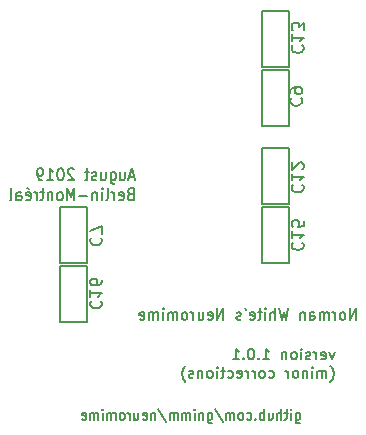
<source format=gbr>
G04 #@! TF.GenerationSoftware,KiCad,Pcbnew,5.0.2-bee76a0~70~ubuntu18.04.1*
G04 #@! TF.CreationDate,2019-08-26T16:36:03-04:00*
G04 #@! TF.ProjectId,neuromime_1.0.1_minor_corr,6e657572-6f6d-4696-9d65-5f312e302e31,rev?*
G04 #@! TF.SameCoordinates,Original*
G04 #@! TF.FileFunction,Legend,Bot*
G04 #@! TF.FilePolarity,Positive*
%FSLAX46Y46*%
G04 Gerber Fmt 4.6, Leading zero omitted, Abs format (unit mm)*
G04 Created by KiCad (PCBNEW 5.0.2-bee76a0~70~ubuntu18.04.1) date Mon 26 Aug 2019 04:36:03 PM EDT*
%MOMM*%
%LPD*%
G01*
G04 APERTURE LIST*
%ADD10C,0.200000*%
%ADD11C,0.150000*%
G04 APERTURE END LIST*
D10*
X148798571Y-53316666D02*
X148370000Y-53316666D01*
X148884285Y-53602380D02*
X148584285Y-52602380D01*
X148284285Y-53602380D01*
X147598571Y-52935714D02*
X147598571Y-53602380D01*
X147984285Y-52935714D02*
X147984285Y-53459523D01*
X147941428Y-53554761D01*
X147855714Y-53602380D01*
X147727142Y-53602380D01*
X147641428Y-53554761D01*
X147598571Y-53507142D01*
X146784285Y-52935714D02*
X146784285Y-53745238D01*
X146827142Y-53840476D01*
X146870000Y-53888095D01*
X146955714Y-53935714D01*
X147084285Y-53935714D01*
X147170000Y-53888095D01*
X146784285Y-53554761D02*
X146870000Y-53602380D01*
X147041428Y-53602380D01*
X147127142Y-53554761D01*
X147170000Y-53507142D01*
X147212857Y-53411904D01*
X147212857Y-53126190D01*
X147170000Y-53030952D01*
X147127142Y-52983333D01*
X147041428Y-52935714D01*
X146870000Y-52935714D01*
X146784285Y-52983333D01*
X145970000Y-52935714D02*
X145970000Y-53602380D01*
X146355714Y-52935714D02*
X146355714Y-53459523D01*
X146312857Y-53554761D01*
X146227142Y-53602380D01*
X146098571Y-53602380D01*
X146012857Y-53554761D01*
X145970000Y-53507142D01*
X145584285Y-53554761D02*
X145498571Y-53602380D01*
X145327142Y-53602380D01*
X145241428Y-53554761D01*
X145198571Y-53459523D01*
X145198571Y-53411904D01*
X145241428Y-53316666D01*
X145327142Y-53269047D01*
X145455714Y-53269047D01*
X145541428Y-53221428D01*
X145584285Y-53126190D01*
X145584285Y-53078571D01*
X145541428Y-52983333D01*
X145455714Y-52935714D01*
X145327142Y-52935714D01*
X145241428Y-52983333D01*
X144941428Y-52935714D02*
X144598571Y-52935714D01*
X144812857Y-52602380D02*
X144812857Y-53459523D01*
X144770000Y-53554761D01*
X144684285Y-53602380D01*
X144598571Y-53602380D01*
X143655714Y-52697619D02*
X143612857Y-52650000D01*
X143527142Y-52602380D01*
X143312857Y-52602380D01*
X143227142Y-52650000D01*
X143184285Y-52697619D01*
X143141428Y-52792857D01*
X143141428Y-52888095D01*
X143184285Y-53030952D01*
X143698571Y-53602380D01*
X143141428Y-53602380D01*
X142584285Y-52602380D02*
X142498571Y-52602380D01*
X142412857Y-52650000D01*
X142370000Y-52697619D01*
X142327142Y-52792857D01*
X142284285Y-52983333D01*
X142284285Y-53221428D01*
X142327142Y-53411904D01*
X142370000Y-53507142D01*
X142412857Y-53554761D01*
X142498571Y-53602380D01*
X142584285Y-53602380D01*
X142670000Y-53554761D01*
X142712857Y-53507142D01*
X142755714Y-53411904D01*
X142798571Y-53221428D01*
X142798571Y-52983333D01*
X142755714Y-52792857D01*
X142712857Y-52697619D01*
X142670000Y-52650000D01*
X142584285Y-52602380D01*
X141427142Y-53602380D02*
X141941428Y-53602380D01*
X141684285Y-53602380D02*
X141684285Y-52602380D01*
X141770000Y-52745238D01*
X141855714Y-52840476D01*
X141941428Y-52888095D01*
X140998571Y-53602380D02*
X140827142Y-53602380D01*
X140741428Y-53554761D01*
X140698571Y-53507142D01*
X140612857Y-53364285D01*
X140570000Y-53173809D01*
X140570000Y-52792857D01*
X140612857Y-52697619D01*
X140655714Y-52650000D01*
X140741428Y-52602380D01*
X140912857Y-52602380D01*
X140998571Y-52650000D01*
X141041428Y-52697619D01*
X141084285Y-52792857D01*
X141084285Y-53030952D01*
X141041428Y-53126190D01*
X140998571Y-53173809D01*
X140912857Y-53221428D01*
X140741428Y-53221428D01*
X140655714Y-53173809D01*
X140612857Y-53126190D01*
X140570000Y-53030952D01*
X148455714Y-54778571D02*
X148327142Y-54826190D01*
X148284285Y-54873809D01*
X148241428Y-54969047D01*
X148241428Y-55111904D01*
X148284285Y-55207142D01*
X148327142Y-55254761D01*
X148412857Y-55302380D01*
X148755714Y-55302380D01*
X148755714Y-54302380D01*
X148455714Y-54302380D01*
X148370000Y-54350000D01*
X148327142Y-54397619D01*
X148284285Y-54492857D01*
X148284285Y-54588095D01*
X148327142Y-54683333D01*
X148370000Y-54730952D01*
X148455714Y-54778571D01*
X148755714Y-54778571D01*
X147512857Y-55254761D02*
X147598571Y-55302380D01*
X147770000Y-55302380D01*
X147855714Y-55254761D01*
X147898571Y-55159523D01*
X147898571Y-54778571D01*
X147855714Y-54683333D01*
X147770000Y-54635714D01*
X147598571Y-54635714D01*
X147512857Y-54683333D01*
X147470000Y-54778571D01*
X147470000Y-54873809D01*
X147898571Y-54969047D01*
X147084285Y-55302380D02*
X147084285Y-54635714D01*
X147084285Y-54826190D02*
X147041428Y-54730952D01*
X146998571Y-54683333D01*
X146912857Y-54635714D01*
X146827142Y-54635714D01*
X146398571Y-55302380D02*
X146484285Y-55254761D01*
X146527142Y-55159523D01*
X146527142Y-54302380D01*
X146055714Y-55302380D02*
X146055714Y-54635714D01*
X146055714Y-54302380D02*
X146098571Y-54350000D01*
X146055714Y-54397619D01*
X146012857Y-54350000D01*
X146055714Y-54302380D01*
X146055714Y-54397619D01*
X145627142Y-54635714D02*
X145627142Y-55302380D01*
X145627142Y-54730952D02*
X145584285Y-54683333D01*
X145498571Y-54635714D01*
X145370000Y-54635714D01*
X145284285Y-54683333D01*
X145241428Y-54778571D01*
X145241428Y-55302380D01*
X144812857Y-54921428D02*
X144127142Y-54921428D01*
X143698571Y-55302380D02*
X143698571Y-54302380D01*
X143398571Y-55016666D01*
X143098571Y-54302380D01*
X143098571Y-55302380D01*
X142541428Y-55302380D02*
X142627142Y-55254761D01*
X142670000Y-55207142D01*
X142712857Y-55111904D01*
X142712857Y-54826190D01*
X142670000Y-54730952D01*
X142627142Y-54683333D01*
X142541428Y-54635714D01*
X142412857Y-54635714D01*
X142327142Y-54683333D01*
X142284285Y-54730952D01*
X142241428Y-54826190D01*
X142241428Y-55111904D01*
X142284285Y-55207142D01*
X142327142Y-55254761D01*
X142412857Y-55302380D01*
X142541428Y-55302380D01*
X141855714Y-54635714D02*
X141855714Y-55302380D01*
X141855714Y-54730952D02*
X141812857Y-54683333D01*
X141727142Y-54635714D01*
X141598571Y-54635714D01*
X141512857Y-54683333D01*
X141470000Y-54778571D01*
X141470000Y-55302380D01*
X141170000Y-54635714D02*
X140827142Y-54635714D01*
X141041428Y-54302380D02*
X141041428Y-55159523D01*
X140998571Y-55254761D01*
X140912857Y-55302380D01*
X140827142Y-55302380D01*
X140527142Y-55302380D02*
X140527142Y-54635714D01*
X140527142Y-54826190D02*
X140484285Y-54730952D01*
X140441428Y-54683333D01*
X140355714Y-54635714D01*
X140270000Y-54635714D01*
X139627142Y-55254761D02*
X139712857Y-55302380D01*
X139884285Y-55302380D01*
X139970000Y-55254761D01*
X140012857Y-55159523D01*
X140012857Y-54778571D01*
X139970000Y-54683333D01*
X139884285Y-54635714D01*
X139712857Y-54635714D01*
X139627142Y-54683333D01*
X139584285Y-54778571D01*
X139584285Y-54873809D01*
X140012857Y-54969047D01*
X139712857Y-54254761D02*
X139841428Y-54397619D01*
X138812857Y-55302380D02*
X138812857Y-54778571D01*
X138855714Y-54683333D01*
X138941428Y-54635714D01*
X139112857Y-54635714D01*
X139198571Y-54683333D01*
X138812857Y-55254761D02*
X138898571Y-55302380D01*
X139112857Y-55302380D01*
X139198571Y-55254761D01*
X139241428Y-55159523D01*
X139241428Y-55064285D01*
X139198571Y-54969047D01*
X139112857Y-54921428D01*
X138898571Y-54921428D01*
X138812857Y-54873809D01*
X138255714Y-55302380D02*
X138341428Y-55254761D01*
X138384285Y-55159523D01*
X138384285Y-54302380D01*
X165741428Y-68182142D02*
X165527142Y-68782142D01*
X165312857Y-68182142D01*
X164627142Y-68739285D02*
X164712857Y-68782142D01*
X164884285Y-68782142D01*
X164970000Y-68739285D01*
X165012857Y-68653571D01*
X165012857Y-68310714D01*
X164970000Y-68225000D01*
X164884285Y-68182142D01*
X164712857Y-68182142D01*
X164627142Y-68225000D01*
X164584285Y-68310714D01*
X164584285Y-68396428D01*
X165012857Y-68482142D01*
X164198571Y-68782142D02*
X164198571Y-68182142D01*
X164198571Y-68353571D02*
X164155714Y-68267857D01*
X164112857Y-68225000D01*
X164027142Y-68182142D01*
X163941428Y-68182142D01*
X163684285Y-68739285D02*
X163598571Y-68782142D01*
X163427142Y-68782142D01*
X163341428Y-68739285D01*
X163298571Y-68653571D01*
X163298571Y-68610714D01*
X163341428Y-68525000D01*
X163427142Y-68482142D01*
X163555714Y-68482142D01*
X163641428Y-68439285D01*
X163684285Y-68353571D01*
X163684285Y-68310714D01*
X163641428Y-68225000D01*
X163555714Y-68182142D01*
X163427142Y-68182142D01*
X163341428Y-68225000D01*
X162912857Y-68782142D02*
X162912857Y-68182142D01*
X162912857Y-67882142D02*
X162955714Y-67925000D01*
X162912857Y-67967857D01*
X162870000Y-67925000D01*
X162912857Y-67882142D01*
X162912857Y-67967857D01*
X162355714Y-68782142D02*
X162441428Y-68739285D01*
X162484285Y-68696428D01*
X162527142Y-68610714D01*
X162527142Y-68353571D01*
X162484285Y-68267857D01*
X162441428Y-68225000D01*
X162355714Y-68182142D01*
X162227142Y-68182142D01*
X162141428Y-68225000D01*
X162098571Y-68267857D01*
X162055714Y-68353571D01*
X162055714Y-68610714D01*
X162098571Y-68696428D01*
X162141428Y-68739285D01*
X162227142Y-68782142D01*
X162355714Y-68782142D01*
X161670000Y-68182142D02*
X161670000Y-68782142D01*
X161670000Y-68267857D02*
X161627142Y-68225000D01*
X161541428Y-68182142D01*
X161412857Y-68182142D01*
X161327142Y-68225000D01*
X161284285Y-68310714D01*
X161284285Y-68782142D01*
X159698571Y-68782142D02*
X160212857Y-68782142D01*
X159955714Y-68782142D02*
X159955714Y-67882142D01*
X160041428Y-68010714D01*
X160127142Y-68096428D01*
X160212857Y-68139285D01*
X159312857Y-68696428D02*
X159270000Y-68739285D01*
X159312857Y-68782142D01*
X159355714Y-68739285D01*
X159312857Y-68696428D01*
X159312857Y-68782142D01*
X158712857Y-67882142D02*
X158627142Y-67882142D01*
X158541428Y-67925000D01*
X158498571Y-67967857D01*
X158455714Y-68053571D01*
X158412857Y-68225000D01*
X158412857Y-68439285D01*
X158455714Y-68610714D01*
X158498571Y-68696428D01*
X158541428Y-68739285D01*
X158627142Y-68782142D01*
X158712857Y-68782142D01*
X158798571Y-68739285D01*
X158841428Y-68696428D01*
X158884285Y-68610714D01*
X158927142Y-68439285D01*
X158927142Y-68225000D01*
X158884285Y-68053571D01*
X158841428Y-67967857D01*
X158798571Y-67925000D01*
X158712857Y-67882142D01*
X158027142Y-68696428D02*
X157984285Y-68739285D01*
X158027142Y-68782142D01*
X158070000Y-68739285D01*
X158027142Y-68696428D01*
X158027142Y-68782142D01*
X157127142Y-68782142D02*
X157641428Y-68782142D01*
X157384285Y-68782142D02*
X157384285Y-67882142D01*
X157470000Y-68010714D01*
X157555714Y-68096428D01*
X157641428Y-68139285D01*
X165398571Y-70675000D02*
X165441428Y-70632142D01*
X165527142Y-70503571D01*
X165570000Y-70417857D01*
X165612857Y-70289285D01*
X165655714Y-70075000D01*
X165655714Y-69903571D01*
X165612857Y-69689285D01*
X165570000Y-69560714D01*
X165527142Y-69475000D01*
X165441428Y-69346428D01*
X165398571Y-69303571D01*
X165055714Y-70332142D02*
X165055714Y-69732142D01*
X165055714Y-69817857D02*
X165012857Y-69775000D01*
X164927142Y-69732142D01*
X164798571Y-69732142D01*
X164712857Y-69775000D01*
X164670000Y-69860714D01*
X164670000Y-70332142D01*
X164670000Y-69860714D02*
X164627142Y-69775000D01*
X164541428Y-69732142D01*
X164412857Y-69732142D01*
X164327142Y-69775000D01*
X164284285Y-69860714D01*
X164284285Y-70332142D01*
X163855714Y-70332142D02*
X163855714Y-69732142D01*
X163855714Y-69432142D02*
X163898571Y-69475000D01*
X163855714Y-69517857D01*
X163812857Y-69475000D01*
X163855714Y-69432142D01*
X163855714Y-69517857D01*
X163427142Y-69732142D02*
X163427142Y-70332142D01*
X163427142Y-69817857D02*
X163384285Y-69775000D01*
X163298571Y-69732142D01*
X163170000Y-69732142D01*
X163084285Y-69775000D01*
X163041428Y-69860714D01*
X163041428Y-70332142D01*
X162484285Y-70332142D02*
X162570000Y-70289285D01*
X162612857Y-70246428D01*
X162655714Y-70160714D01*
X162655714Y-69903571D01*
X162612857Y-69817857D01*
X162570000Y-69775000D01*
X162484285Y-69732142D01*
X162355714Y-69732142D01*
X162270000Y-69775000D01*
X162227142Y-69817857D01*
X162184285Y-69903571D01*
X162184285Y-70160714D01*
X162227142Y-70246428D01*
X162270000Y-70289285D01*
X162355714Y-70332142D01*
X162484285Y-70332142D01*
X161798571Y-70332142D02*
X161798571Y-69732142D01*
X161798571Y-69903571D02*
X161755714Y-69817857D01*
X161712857Y-69775000D01*
X161627142Y-69732142D01*
X161541428Y-69732142D01*
X160170000Y-70289285D02*
X160255714Y-70332142D01*
X160427142Y-70332142D01*
X160512857Y-70289285D01*
X160555714Y-70246428D01*
X160598571Y-70160714D01*
X160598571Y-69903571D01*
X160555714Y-69817857D01*
X160512857Y-69775000D01*
X160427142Y-69732142D01*
X160255714Y-69732142D01*
X160170000Y-69775000D01*
X159655714Y-70332142D02*
X159741428Y-70289285D01*
X159784285Y-70246428D01*
X159827142Y-70160714D01*
X159827142Y-69903571D01*
X159784285Y-69817857D01*
X159741428Y-69775000D01*
X159655714Y-69732142D01*
X159527142Y-69732142D01*
X159441428Y-69775000D01*
X159398571Y-69817857D01*
X159355714Y-69903571D01*
X159355714Y-70160714D01*
X159398571Y-70246428D01*
X159441428Y-70289285D01*
X159527142Y-70332142D01*
X159655714Y-70332142D01*
X158970000Y-70332142D02*
X158970000Y-69732142D01*
X158970000Y-69903571D02*
X158927142Y-69817857D01*
X158884285Y-69775000D01*
X158798571Y-69732142D01*
X158712857Y-69732142D01*
X158412857Y-70332142D02*
X158412857Y-69732142D01*
X158412857Y-69903571D02*
X158370000Y-69817857D01*
X158327142Y-69775000D01*
X158241428Y-69732142D01*
X158155714Y-69732142D01*
X157512857Y-70289285D02*
X157598571Y-70332142D01*
X157770000Y-70332142D01*
X157855714Y-70289285D01*
X157898571Y-70203571D01*
X157898571Y-69860714D01*
X157855714Y-69775000D01*
X157770000Y-69732142D01*
X157598571Y-69732142D01*
X157512857Y-69775000D01*
X157470000Y-69860714D01*
X157470000Y-69946428D01*
X157898571Y-70032142D01*
X156698571Y-70289285D02*
X156784285Y-70332142D01*
X156955714Y-70332142D01*
X157041428Y-70289285D01*
X157084285Y-70246428D01*
X157127142Y-70160714D01*
X157127142Y-69903571D01*
X157084285Y-69817857D01*
X157041428Y-69775000D01*
X156955714Y-69732142D01*
X156784285Y-69732142D01*
X156698571Y-69775000D01*
X156441428Y-69732142D02*
X156098571Y-69732142D01*
X156312857Y-69432142D02*
X156312857Y-70203571D01*
X156270000Y-70289285D01*
X156184285Y-70332142D01*
X156098571Y-70332142D01*
X155798571Y-70332142D02*
X155798571Y-69732142D01*
X155798571Y-69432142D02*
X155841428Y-69475000D01*
X155798571Y-69517857D01*
X155755714Y-69475000D01*
X155798571Y-69432142D01*
X155798571Y-69517857D01*
X155241428Y-70332142D02*
X155327142Y-70289285D01*
X155370000Y-70246428D01*
X155412857Y-70160714D01*
X155412857Y-69903571D01*
X155370000Y-69817857D01*
X155327142Y-69775000D01*
X155241428Y-69732142D01*
X155112857Y-69732142D01*
X155027142Y-69775000D01*
X154984285Y-69817857D01*
X154941428Y-69903571D01*
X154941428Y-70160714D01*
X154984285Y-70246428D01*
X155027142Y-70289285D01*
X155112857Y-70332142D01*
X155241428Y-70332142D01*
X154555714Y-69732142D02*
X154555714Y-70332142D01*
X154555714Y-69817857D02*
X154512857Y-69775000D01*
X154427142Y-69732142D01*
X154298571Y-69732142D01*
X154212857Y-69775000D01*
X154170000Y-69860714D01*
X154170000Y-70332142D01*
X153784285Y-70289285D02*
X153698571Y-70332142D01*
X153527142Y-70332142D01*
X153441428Y-70289285D01*
X153398571Y-70203571D01*
X153398571Y-70160714D01*
X153441428Y-70075000D01*
X153527142Y-70032142D01*
X153655714Y-70032142D01*
X153741428Y-69989285D01*
X153784285Y-69903571D01*
X153784285Y-69860714D01*
X153741428Y-69775000D01*
X153655714Y-69732142D01*
X153527142Y-69732142D01*
X153441428Y-69775000D01*
X153098571Y-70675000D02*
X153055714Y-70632142D01*
X152970000Y-70503571D01*
X152927142Y-70417857D01*
X152884285Y-70289285D01*
X152841428Y-70075000D01*
X152841428Y-69903571D01*
X152884285Y-69689285D01*
X152927142Y-69560714D01*
X152970000Y-69475000D01*
X153055714Y-69346428D01*
X153098571Y-69303571D01*
X162436666Y-73307142D02*
X162436666Y-74035714D01*
X162474761Y-74121428D01*
X162512857Y-74164285D01*
X162589047Y-74207142D01*
X162703333Y-74207142D01*
X162779523Y-74164285D01*
X162436666Y-73864285D02*
X162512857Y-73907142D01*
X162665238Y-73907142D01*
X162741428Y-73864285D01*
X162779523Y-73821428D01*
X162817619Y-73735714D01*
X162817619Y-73478571D01*
X162779523Y-73392857D01*
X162741428Y-73350000D01*
X162665238Y-73307142D01*
X162512857Y-73307142D01*
X162436666Y-73350000D01*
X162055714Y-73907142D02*
X162055714Y-73307142D01*
X162055714Y-73007142D02*
X162093809Y-73050000D01*
X162055714Y-73092857D01*
X162017619Y-73050000D01*
X162055714Y-73007142D01*
X162055714Y-73092857D01*
X161789047Y-73307142D02*
X161484285Y-73307142D01*
X161674761Y-73007142D02*
X161674761Y-73778571D01*
X161636666Y-73864285D01*
X161560476Y-73907142D01*
X161484285Y-73907142D01*
X161217619Y-73907142D02*
X161217619Y-73007142D01*
X160874761Y-73907142D02*
X160874761Y-73435714D01*
X160912857Y-73350000D01*
X160989047Y-73307142D01*
X161103333Y-73307142D01*
X161179523Y-73350000D01*
X161217619Y-73392857D01*
X160150952Y-73307142D02*
X160150952Y-73907142D01*
X160493809Y-73307142D02*
X160493809Y-73778571D01*
X160455714Y-73864285D01*
X160379523Y-73907142D01*
X160265238Y-73907142D01*
X160189047Y-73864285D01*
X160150952Y-73821428D01*
X159770000Y-73907142D02*
X159770000Y-73007142D01*
X159770000Y-73350000D02*
X159693809Y-73307142D01*
X159541428Y-73307142D01*
X159465238Y-73350000D01*
X159427142Y-73392857D01*
X159389047Y-73478571D01*
X159389047Y-73735714D01*
X159427142Y-73821428D01*
X159465238Y-73864285D01*
X159541428Y-73907142D01*
X159693809Y-73907142D01*
X159770000Y-73864285D01*
X159046190Y-73821428D02*
X159008095Y-73864285D01*
X159046190Y-73907142D01*
X159084285Y-73864285D01*
X159046190Y-73821428D01*
X159046190Y-73907142D01*
X158322380Y-73864285D02*
X158398571Y-73907142D01*
X158550952Y-73907142D01*
X158627142Y-73864285D01*
X158665238Y-73821428D01*
X158703333Y-73735714D01*
X158703333Y-73478571D01*
X158665238Y-73392857D01*
X158627142Y-73350000D01*
X158550952Y-73307142D01*
X158398571Y-73307142D01*
X158322380Y-73350000D01*
X157865238Y-73907142D02*
X157941428Y-73864285D01*
X157979523Y-73821428D01*
X158017619Y-73735714D01*
X158017619Y-73478571D01*
X157979523Y-73392857D01*
X157941428Y-73350000D01*
X157865238Y-73307142D01*
X157750952Y-73307142D01*
X157674761Y-73350000D01*
X157636666Y-73392857D01*
X157598571Y-73478571D01*
X157598571Y-73735714D01*
X157636666Y-73821428D01*
X157674761Y-73864285D01*
X157750952Y-73907142D01*
X157865238Y-73907142D01*
X157255714Y-73907142D02*
X157255714Y-73307142D01*
X157255714Y-73392857D02*
X157217619Y-73350000D01*
X157141428Y-73307142D01*
X157027142Y-73307142D01*
X156950952Y-73350000D01*
X156912857Y-73435714D01*
X156912857Y-73907142D01*
X156912857Y-73435714D02*
X156874761Y-73350000D01*
X156798571Y-73307142D01*
X156684285Y-73307142D01*
X156608095Y-73350000D01*
X156570000Y-73435714D01*
X156570000Y-73907142D01*
X155617619Y-72964285D02*
X156303333Y-74121428D01*
X155008095Y-73307142D02*
X155008095Y-74035714D01*
X155046190Y-74121428D01*
X155084285Y-74164285D01*
X155160476Y-74207142D01*
X155274761Y-74207142D01*
X155350952Y-74164285D01*
X155008095Y-73864285D02*
X155084285Y-73907142D01*
X155236666Y-73907142D01*
X155312857Y-73864285D01*
X155350952Y-73821428D01*
X155389047Y-73735714D01*
X155389047Y-73478571D01*
X155350952Y-73392857D01*
X155312857Y-73350000D01*
X155236666Y-73307142D01*
X155084285Y-73307142D01*
X155008095Y-73350000D01*
X154627142Y-73307142D02*
X154627142Y-73907142D01*
X154627142Y-73392857D02*
X154589047Y-73350000D01*
X154512857Y-73307142D01*
X154398571Y-73307142D01*
X154322380Y-73350000D01*
X154284285Y-73435714D01*
X154284285Y-73907142D01*
X153903333Y-73907142D02*
X153903333Y-73307142D01*
X153903333Y-73007142D02*
X153941428Y-73050000D01*
X153903333Y-73092857D01*
X153865238Y-73050000D01*
X153903333Y-73007142D01*
X153903333Y-73092857D01*
X153522380Y-73907142D02*
X153522380Y-73307142D01*
X153522380Y-73392857D02*
X153484285Y-73350000D01*
X153408095Y-73307142D01*
X153293809Y-73307142D01*
X153217619Y-73350000D01*
X153179523Y-73435714D01*
X153179523Y-73907142D01*
X153179523Y-73435714D02*
X153141428Y-73350000D01*
X153065238Y-73307142D01*
X152950952Y-73307142D01*
X152874761Y-73350000D01*
X152836666Y-73435714D01*
X152836666Y-73907142D01*
X152455714Y-73907142D02*
X152455714Y-73307142D01*
X152455714Y-73392857D02*
X152417619Y-73350000D01*
X152341428Y-73307142D01*
X152227142Y-73307142D01*
X152150952Y-73350000D01*
X152112857Y-73435714D01*
X152112857Y-73907142D01*
X152112857Y-73435714D02*
X152074761Y-73350000D01*
X151998571Y-73307142D01*
X151884285Y-73307142D01*
X151808095Y-73350000D01*
X151770000Y-73435714D01*
X151770000Y-73907142D01*
X150817619Y-72964285D02*
X151503333Y-74121428D01*
X150550952Y-73307142D02*
X150550952Y-73907142D01*
X150550952Y-73392857D02*
X150512857Y-73350000D01*
X150436666Y-73307142D01*
X150322380Y-73307142D01*
X150246190Y-73350000D01*
X150208095Y-73435714D01*
X150208095Y-73907142D01*
X149522380Y-73864285D02*
X149598571Y-73907142D01*
X149750952Y-73907142D01*
X149827142Y-73864285D01*
X149865238Y-73778571D01*
X149865238Y-73435714D01*
X149827142Y-73350000D01*
X149750952Y-73307142D01*
X149598571Y-73307142D01*
X149522380Y-73350000D01*
X149484285Y-73435714D01*
X149484285Y-73521428D01*
X149865238Y-73607142D01*
X148798571Y-73307142D02*
X148798571Y-73907142D01*
X149141428Y-73307142D02*
X149141428Y-73778571D01*
X149103333Y-73864285D01*
X149027142Y-73907142D01*
X148912857Y-73907142D01*
X148836666Y-73864285D01*
X148798571Y-73821428D01*
X148417619Y-73907142D02*
X148417619Y-73307142D01*
X148417619Y-73478571D02*
X148379523Y-73392857D01*
X148341428Y-73350000D01*
X148265238Y-73307142D01*
X148189047Y-73307142D01*
X147808095Y-73907142D02*
X147884285Y-73864285D01*
X147922380Y-73821428D01*
X147960476Y-73735714D01*
X147960476Y-73478571D01*
X147922380Y-73392857D01*
X147884285Y-73350000D01*
X147808095Y-73307142D01*
X147693809Y-73307142D01*
X147617619Y-73350000D01*
X147579523Y-73392857D01*
X147541428Y-73478571D01*
X147541428Y-73735714D01*
X147579523Y-73821428D01*
X147617619Y-73864285D01*
X147693809Y-73907142D01*
X147808095Y-73907142D01*
X147198571Y-73907142D02*
X147198571Y-73307142D01*
X147198571Y-73392857D02*
X147160476Y-73350000D01*
X147084285Y-73307142D01*
X146970000Y-73307142D01*
X146893809Y-73350000D01*
X146855714Y-73435714D01*
X146855714Y-73907142D01*
X146855714Y-73435714D02*
X146817619Y-73350000D01*
X146741428Y-73307142D01*
X146627142Y-73307142D01*
X146550952Y-73350000D01*
X146512857Y-73435714D01*
X146512857Y-73907142D01*
X146131904Y-73907142D02*
X146131904Y-73307142D01*
X146131904Y-73007142D02*
X146170000Y-73050000D01*
X146131904Y-73092857D01*
X146093809Y-73050000D01*
X146131904Y-73007142D01*
X146131904Y-73092857D01*
X145750952Y-73907142D02*
X145750952Y-73307142D01*
X145750952Y-73392857D02*
X145712857Y-73350000D01*
X145636666Y-73307142D01*
X145522380Y-73307142D01*
X145446190Y-73350000D01*
X145408095Y-73435714D01*
X145408095Y-73907142D01*
X145408095Y-73435714D02*
X145370000Y-73350000D01*
X145293809Y-73307142D01*
X145179523Y-73307142D01*
X145103333Y-73350000D01*
X145065238Y-73435714D01*
X145065238Y-73907142D01*
X144379523Y-73864285D02*
X144455714Y-73907142D01*
X144608095Y-73907142D01*
X144684285Y-73864285D01*
X144722380Y-73778571D01*
X144722380Y-73435714D01*
X144684285Y-73350000D01*
X144608095Y-73307142D01*
X144455714Y-73307142D01*
X144379523Y-73350000D01*
X144341428Y-73435714D01*
X144341428Y-73521428D01*
X144722380Y-73607142D01*
X167555714Y-65452380D02*
X167555714Y-64452380D01*
X167041428Y-65452380D01*
X167041428Y-64452380D01*
X166484285Y-65452380D02*
X166570000Y-65404761D01*
X166612857Y-65357142D01*
X166655714Y-65261904D01*
X166655714Y-64976190D01*
X166612857Y-64880952D01*
X166570000Y-64833333D01*
X166484285Y-64785714D01*
X166355714Y-64785714D01*
X166270000Y-64833333D01*
X166227142Y-64880952D01*
X166184285Y-64976190D01*
X166184285Y-65261904D01*
X166227142Y-65357142D01*
X166270000Y-65404761D01*
X166355714Y-65452380D01*
X166484285Y-65452380D01*
X165798571Y-65452380D02*
X165798571Y-64785714D01*
X165798571Y-64976190D02*
X165755714Y-64880952D01*
X165712857Y-64833333D01*
X165627142Y-64785714D01*
X165541428Y-64785714D01*
X165241428Y-65452380D02*
X165241428Y-64785714D01*
X165241428Y-64880952D02*
X165198571Y-64833333D01*
X165112857Y-64785714D01*
X164984285Y-64785714D01*
X164898571Y-64833333D01*
X164855714Y-64928571D01*
X164855714Y-65452380D01*
X164855714Y-64928571D02*
X164812857Y-64833333D01*
X164727142Y-64785714D01*
X164598571Y-64785714D01*
X164512857Y-64833333D01*
X164470000Y-64928571D01*
X164470000Y-65452380D01*
X163655714Y-65452380D02*
X163655714Y-64928571D01*
X163698571Y-64833333D01*
X163784285Y-64785714D01*
X163955714Y-64785714D01*
X164041428Y-64833333D01*
X163655714Y-65404761D02*
X163741428Y-65452380D01*
X163955714Y-65452380D01*
X164041428Y-65404761D01*
X164084285Y-65309523D01*
X164084285Y-65214285D01*
X164041428Y-65119047D01*
X163955714Y-65071428D01*
X163741428Y-65071428D01*
X163655714Y-65023809D01*
X163227142Y-64785714D02*
X163227142Y-65452380D01*
X163227142Y-64880952D02*
X163184285Y-64833333D01*
X163098571Y-64785714D01*
X162970000Y-64785714D01*
X162884285Y-64833333D01*
X162841428Y-64928571D01*
X162841428Y-65452380D01*
X161812857Y-64452380D02*
X161598571Y-65452380D01*
X161427142Y-64738095D01*
X161255714Y-65452380D01*
X161041428Y-64452380D01*
X160698571Y-65452380D02*
X160698571Y-64452380D01*
X160312857Y-65452380D02*
X160312857Y-64928571D01*
X160355714Y-64833333D01*
X160441428Y-64785714D01*
X160570000Y-64785714D01*
X160655714Y-64833333D01*
X160698571Y-64880952D01*
X159884285Y-65452380D02*
X159884285Y-64785714D01*
X159884285Y-64452380D02*
X159927142Y-64500000D01*
X159884285Y-64547619D01*
X159841428Y-64500000D01*
X159884285Y-64452380D01*
X159884285Y-64547619D01*
X159584285Y-64785714D02*
X159241428Y-64785714D01*
X159455714Y-64452380D02*
X159455714Y-65309523D01*
X159412857Y-65404761D01*
X159327142Y-65452380D01*
X159241428Y-65452380D01*
X158598571Y-65404761D02*
X158684285Y-65452380D01*
X158855714Y-65452380D01*
X158941428Y-65404761D01*
X158984285Y-65309523D01*
X158984285Y-64928571D01*
X158941428Y-64833333D01*
X158855714Y-64785714D01*
X158684285Y-64785714D01*
X158598571Y-64833333D01*
X158555714Y-64928571D01*
X158555714Y-65023809D01*
X158984285Y-65119047D01*
X158127142Y-64452380D02*
X158212857Y-64642857D01*
X157784285Y-65404761D02*
X157698571Y-65452380D01*
X157527142Y-65452380D01*
X157441428Y-65404761D01*
X157398571Y-65309523D01*
X157398571Y-65261904D01*
X157441428Y-65166666D01*
X157527142Y-65119047D01*
X157655714Y-65119047D01*
X157741428Y-65071428D01*
X157784285Y-64976190D01*
X157784285Y-64928571D01*
X157741428Y-64833333D01*
X157655714Y-64785714D01*
X157527142Y-64785714D01*
X157441428Y-64833333D01*
X156327142Y-65452380D02*
X156327142Y-64452380D01*
X155812857Y-65452380D01*
X155812857Y-64452380D01*
X155041428Y-65404761D02*
X155127142Y-65452380D01*
X155298571Y-65452380D01*
X155384285Y-65404761D01*
X155427142Y-65309523D01*
X155427142Y-64928571D01*
X155384285Y-64833333D01*
X155298571Y-64785714D01*
X155127142Y-64785714D01*
X155041428Y-64833333D01*
X154998571Y-64928571D01*
X154998571Y-65023809D01*
X155427142Y-65119047D01*
X154227142Y-64785714D02*
X154227142Y-65452380D01*
X154612857Y-64785714D02*
X154612857Y-65309523D01*
X154570000Y-65404761D01*
X154484285Y-65452380D01*
X154355714Y-65452380D01*
X154270000Y-65404761D01*
X154227142Y-65357142D01*
X153798571Y-65452380D02*
X153798571Y-64785714D01*
X153798571Y-64976190D02*
X153755714Y-64880952D01*
X153712857Y-64833333D01*
X153627142Y-64785714D01*
X153541428Y-64785714D01*
X153112857Y-65452380D02*
X153198571Y-65404761D01*
X153241428Y-65357142D01*
X153284285Y-65261904D01*
X153284285Y-64976190D01*
X153241428Y-64880952D01*
X153198571Y-64833333D01*
X153112857Y-64785714D01*
X152984285Y-64785714D01*
X152898571Y-64833333D01*
X152855714Y-64880952D01*
X152812857Y-64976190D01*
X152812857Y-65261904D01*
X152855714Y-65357142D01*
X152898571Y-65404761D01*
X152984285Y-65452380D01*
X153112857Y-65452380D01*
X152427142Y-65452380D02*
X152427142Y-64785714D01*
X152427142Y-64880952D02*
X152384285Y-64833333D01*
X152298571Y-64785714D01*
X152170000Y-64785714D01*
X152084285Y-64833333D01*
X152041428Y-64928571D01*
X152041428Y-65452380D01*
X152041428Y-64928571D02*
X151998571Y-64833333D01*
X151912857Y-64785714D01*
X151784285Y-64785714D01*
X151698571Y-64833333D01*
X151655714Y-64928571D01*
X151655714Y-65452380D01*
X151227142Y-65452380D02*
X151227142Y-64785714D01*
X151227142Y-64452380D02*
X151270000Y-64500000D01*
X151227142Y-64547619D01*
X151184285Y-64500000D01*
X151227142Y-64452380D01*
X151227142Y-64547619D01*
X150798571Y-65452380D02*
X150798571Y-64785714D01*
X150798571Y-64880952D02*
X150755714Y-64833333D01*
X150670000Y-64785714D01*
X150541428Y-64785714D01*
X150455714Y-64833333D01*
X150412857Y-64928571D01*
X150412857Y-65452380D01*
X150412857Y-64928571D02*
X150370000Y-64833333D01*
X150284285Y-64785714D01*
X150155714Y-64785714D01*
X150070000Y-64833333D01*
X150027142Y-64928571D01*
X150027142Y-65452380D01*
X149255714Y-65404761D02*
X149341428Y-65452380D01*
X149512857Y-65452380D01*
X149598571Y-65404761D01*
X149641428Y-65309523D01*
X149641428Y-64928571D01*
X149598571Y-64833333D01*
X149512857Y-64785714D01*
X149341428Y-64785714D01*
X149255714Y-64833333D01*
X149212857Y-64928571D01*
X149212857Y-65023809D01*
X149641428Y-65119047D01*
D11*
X161850000Y-44300000D02*
X159600000Y-44300000D01*
X161850000Y-49050000D02*
X161850000Y-44300000D01*
X159600000Y-39300000D02*
X159600000Y-44050000D01*
X161850000Y-44050000D02*
X161850000Y-39300000D01*
X159600000Y-44300000D02*
X159600000Y-49050000D01*
X159600000Y-49050000D02*
X161850000Y-49050000D01*
X161850000Y-39300000D02*
X159600000Y-39300000D01*
X159600000Y-44050000D02*
X161850000Y-44050000D01*
X159600000Y-60650000D02*
X161850000Y-60650000D01*
X159600000Y-50900000D02*
X159600000Y-55650000D01*
X161850000Y-55650000D02*
X161850000Y-50900000D01*
X161850000Y-50900000D02*
X159600000Y-50900000D01*
X159600000Y-55650000D02*
X161850000Y-55650000D01*
X161850000Y-60650000D02*
X161850000Y-55900000D01*
X159600000Y-55900000D02*
X159600000Y-60650000D01*
X161850000Y-55900000D02*
X159600000Y-55900000D01*
X142500000Y-60900000D02*
X142500000Y-65650000D01*
X144750000Y-65650000D02*
X144750000Y-60900000D01*
X144750000Y-60900000D02*
X142500000Y-60900000D01*
X142500000Y-65650000D02*
X144750000Y-65650000D01*
X144750000Y-55900000D02*
X142500000Y-55900000D01*
X144750000Y-60650000D02*
X144750000Y-55900000D01*
X142500000Y-60650000D02*
X144750000Y-60650000D01*
X142500000Y-55900000D02*
X142500000Y-60650000D01*
D10*
X162215857Y-42197357D02*
X162168238Y-42244976D01*
X162120619Y-42387833D01*
X162120619Y-42483071D01*
X162168238Y-42625928D01*
X162263476Y-42721166D01*
X162358714Y-42768785D01*
X162549190Y-42816404D01*
X162692047Y-42816404D01*
X162882523Y-42768785D01*
X162977761Y-42721166D01*
X163073000Y-42625928D01*
X163120619Y-42483071D01*
X163120619Y-42387833D01*
X163073000Y-42244976D01*
X163025380Y-42197357D01*
X162120619Y-41244976D02*
X162120619Y-41816404D01*
X162120619Y-41530690D02*
X163120619Y-41530690D01*
X162977761Y-41625928D01*
X162882523Y-41721166D01*
X162834904Y-41816404D01*
X163120619Y-40911642D02*
X163120619Y-40292595D01*
X162739666Y-40625928D01*
X162739666Y-40483071D01*
X162692047Y-40387833D01*
X162644428Y-40340214D01*
X162549190Y-40292595D01*
X162311095Y-40292595D01*
X162215857Y-40340214D01*
X162168238Y-40387833D01*
X162120619Y-40483071D01*
X162120619Y-40768785D01*
X162168238Y-40864023D01*
X162215857Y-40911642D01*
X162088857Y-46674166D02*
X162041238Y-46721785D01*
X161993619Y-46864642D01*
X161993619Y-46959880D01*
X162041238Y-47102738D01*
X162136476Y-47197976D01*
X162231714Y-47245595D01*
X162422190Y-47293214D01*
X162565047Y-47293214D01*
X162755523Y-47245595D01*
X162850761Y-47197976D01*
X162946000Y-47102738D01*
X162993619Y-46959880D01*
X162993619Y-46864642D01*
X162946000Y-46721785D01*
X162898380Y-46674166D01*
X161993619Y-46197976D02*
X161993619Y-46007500D01*
X162041238Y-45912261D01*
X162088857Y-45864642D01*
X162231714Y-45769404D01*
X162422190Y-45721785D01*
X162803142Y-45721785D01*
X162898380Y-45769404D01*
X162946000Y-45817023D01*
X162993619Y-45912261D01*
X162993619Y-46102738D01*
X162946000Y-46197976D01*
X162898380Y-46245595D01*
X162803142Y-46293214D01*
X162565047Y-46293214D01*
X162469809Y-46245595D01*
X162422190Y-46197976D01*
X162374571Y-46102738D01*
X162374571Y-45912261D01*
X162422190Y-45817023D01*
X162469809Y-45769404D01*
X162565047Y-45721785D01*
X162215857Y-58897857D02*
X162168238Y-58945476D01*
X162120619Y-59088333D01*
X162120619Y-59183571D01*
X162168238Y-59326428D01*
X162263476Y-59421666D01*
X162358714Y-59469285D01*
X162549190Y-59516904D01*
X162692047Y-59516904D01*
X162882523Y-59469285D01*
X162977761Y-59421666D01*
X163073000Y-59326428D01*
X163120619Y-59183571D01*
X163120619Y-59088333D01*
X163073000Y-58945476D01*
X163025380Y-58897857D01*
X162120619Y-57945476D02*
X162120619Y-58516904D01*
X162120619Y-58231190D02*
X163120619Y-58231190D01*
X162977761Y-58326428D01*
X162882523Y-58421666D01*
X162834904Y-58516904D01*
X163120619Y-57040714D02*
X163120619Y-57516904D01*
X162644428Y-57564523D01*
X162692047Y-57516904D01*
X162739666Y-57421666D01*
X162739666Y-57183571D01*
X162692047Y-57088333D01*
X162644428Y-57040714D01*
X162549190Y-56993095D01*
X162311095Y-56993095D01*
X162215857Y-57040714D01*
X162168238Y-57088333D01*
X162120619Y-57183571D01*
X162120619Y-57421666D01*
X162168238Y-57516904D01*
X162215857Y-57564523D01*
X162215857Y-54008357D02*
X162168238Y-54055976D01*
X162120619Y-54198833D01*
X162120619Y-54294071D01*
X162168238Y-54436928D01*
X162263476Y-54532166D01*
X162358714Y-54579785D01*
X162549190Y-54627404D01*
X162692047Y-54627404D01*
X162882523Y-54579785D01*
X162977761Y-54532166D01*
X163073000Y-54436928D01*
X163120619Y-54294071D01*
X163120619Y-54198833D01*
X163073000Y-54055976D01*
X163025380Y-54008357D01*
X162120619Y-53055976D02*
X162120619Y-53627404D01*
X162120619Y-53341690D02*
X163120619Y-53341690D01*
X162977761Y-53436928D01*
X162882523Y-53532166D01*
X162834904Y-53627404D01*
X163025380Y-52675023D02*
X163073000Y-52627404D01*
X163120619Y-52532166D01*
X163120619Y-52294071D01*
X163073000Y-52198833D01*
X163025380Y-52151214D01*
X162930142Y-52103595D01*
X162834904Y-52103595D01*
X162692047Y-52151214D01*
X162120619Y-52722642D01*
X162120619Y-52103595D01*
X145134357Y-58485166D02*
X145086738Y-58532785D01*
X145039119Y-58675642D01*
X145039119Y-58770880D01*
X145086738Y-58913738D01*
X145181976Y-59008976D01*
X145277214Y-59056595D01*
X145467690Y-59104214D01*
X145610547Y-59104214D01*
X145801023Y-59056595D01*
X145896261Y-59008976D01*
X145991500Y-58913738D01*
X146039119Y-58770880D01*
X146039119Y-58675642D01*
X145991500Y-58532785D01*
X145943880Y-58485166D01*
X146039119Y-58151833D02*
X146039119Y-57485166D01*
X145039119Y-57913738D01*
X145134357Y-63850857D02*
X145086738Y-63898476D01*
X145039119Y-64041333D01*
X145039119Y-64136571D01*
X145086738Y-64279428D01*
X145181976Y-64374666D01*
X145277214Y-64422285D01*
X145467690Y-64469904D01*
X145610547Y-64469904D01*
X145801023Y-64422285D01*
X145896261Y-64374666D01*
X145991500Y-64279428D01*
X146039119Y-64136571D01*
X146039119Y-64041333D01*
X145991500Y-63898476D01*
X145943880Y-63850857D01*
X145039119Y-62898476D02*
X145039119Y-63469904D01*
X145039119Y-63184190D02*
X146039119Y-63184190D01*
X145896261Y-63279428D01*
X145801023Y-63374666D01*
X145753404Y-63469904D01*
X146039119Y-62041333D02*
X146039119Y-62231809D01*
X145991500Y-62327047D01*
X145943880Y-62374666D01*
X145801023Y-62469904D01*
X145610547Y-62517523D01*
X145229595Y-62517523D01*
X145134357Y-62469904D01*
X145086738Y-62422285D01*
X145039119Y-62327047D01*
X145039119Y-62136571D01*
X145086738Y-62041333D01*
X145134357Y-61993714D01*
X145229595Y-61946095D01*
X145467690Y-61946095D01*
X145562928Y-61993714D01*
X145610547Y-62041333D01*
X145658166Y-62136571D01*
X145658166Y-62327047D01*
X145610547Y-62422285D01*
X145562928Y-62469904D01*
X145467690Y-62517523D01*
M02*

</source>
